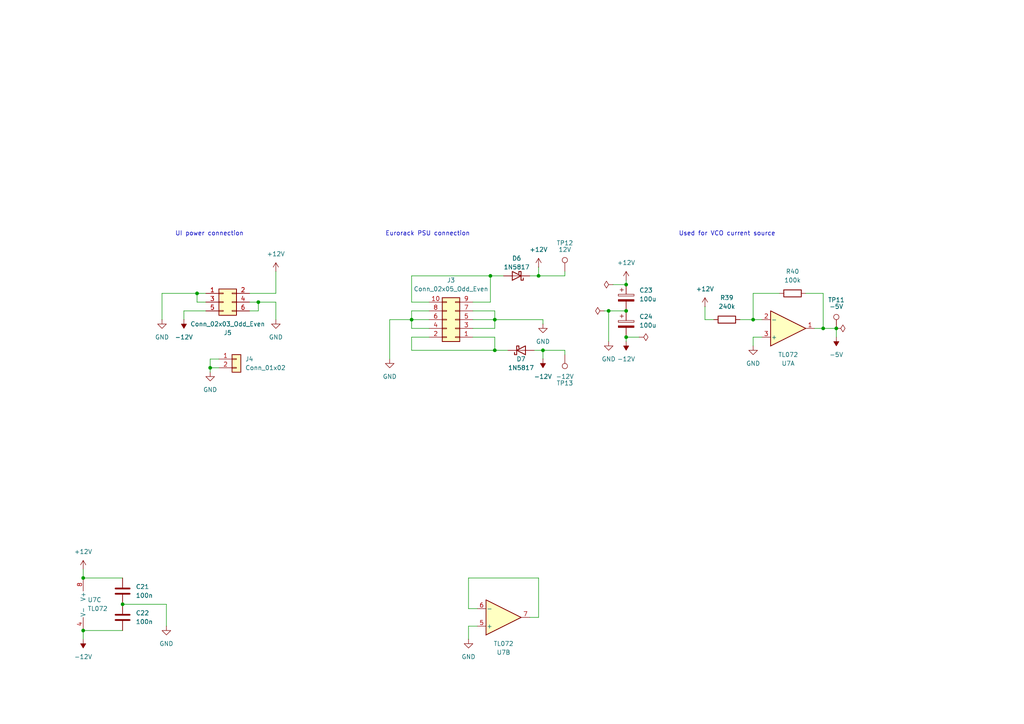
<source format=kicad_sch>
(kicad_sch (version 20250114) (generator "eeschema") (generator_version "9.0")
  (paper "A4")
  (title_block (title "Moduleur VCO core") (date "2026-02-21") (rev "v1.0") (company "Shmøergh"))
  (lib_symbols
    (symbol "Amplifier_Operational:TL072" (pin_names (offset 0.127))
      (property "Reference" "U" (at 0 5.08 0))
      (property "Value" "TL072" (at 0 -5.08 0))
      (symbol "TL072_1_1"
        (polyline (pts (xy -5.08 5.08) (xy 5.08 0) (xy -5.08 -5.08) (xy -5.08 5.08)) (stroke (width 0.254)) (fill (type background)))
        (pin input line (at -7.62 2.54 0) (length 2.54) (name "+") (number "3"))
        (pin input line (at -7.62 -2.54 0) (length 2.54) (name "-") (number "2"))
        (pin output line (at 7.62 0 180) (length 2.54) (name "~") (number "1"))
      )
      (symbol "TL072_2_1"
        (polyline (pts (xy -5.08 5.08) (xy 5.08 0) (xy -5.08 -5.08) (xy -5.08 5.08)) (stroke (width 0.254)) (fill (type background)))
        (pin input line (at -7.62 2.54 0) (length 2.54) (name "+") (number "5"))
        (pin input line (at -7.62 -2.54 0) (length 2.54) (name "-") (number "6"))
        (pin output line (at 7.62 0 180) (length 2.54) (name "~") (number "7"))
      )
      (symbol "TL072_3_1"
        (pin power_in line (at -2.54 7.62 270) (length 3.81) (name "V+") (number "8"))
        (pin power_in line (at -2.54 -7.62 90) (length 3.81) (name "V-") (number "4"))
      )
    )
    (symbol "Connector:TestPoint" (pin_numbers (hide yes)) (pin_names (offset 0.762) (hide yes))
      (property "Reference" "TP" (at 0 6.858 0))
      (property "Value" "TestPoint" (at 0 5.08 0))
      (symbol "TestPoint_0_1"
        (circle (center 0 3.302) (radius 0.762))
      )
      (symbol "TestPoint_1_1"
        (pin passive line (at 0 0 90) (length 2.54) (name "1") (number "1"))
      )
    )
    (symbol "Connector_Generic:Conn_01x02" (pin_names (offset 1.016) (hide yes))
      (property "Reference" "J" (at 0 2.54 0))
      (property "Value" "Conn_01x02" (at 0 -5.08 0))
      (symbol "Conn_01x02_1_1"
        (rectangle (start -1.27 1.27) (end 1.27 -3.81) (stroke (width 0.254)) (fill (type background)))
        (rectangle (start -1.27 0.127) (end 0 -0.127) (stroke (width 0.1524)))
        (rectangle (start -1.27 -2.413) (end 0 -2.667) (stroke (width 0.1524)))
        (pin passive line (at -5.08 0 0) (length 3.81) (name "Pin_1") (number "1"))
        (pin passive line (at -5.08 -2.54 0) (length 3.81) (name "Pin_2") (number "2"))
      )
    )
    (symbol "Connector_Generic:Conn_02x03_Odd_Even" (pin_names (offset 1.016) (hide yes))
      (property "Reference" "J" (at 1.27 5.08 0))
      (property "Value" "Conn_02x03_Odd_Even" (at 1.27 -5.08 0))
      (symbol "Conn_02x03_Odd_Even_1_1"
        (rectangle (start -1.27 3.81) (end 3.81 -3.81) (stroke (width 0.254)) (fill (type background)))
        (rectangle (start -1.27 2.667) (end 0 2.413) (stroke (width 0.1524)))
        (rectangle (start -1.27 0.127) (end 0 -0.127) (stroke (width 0.1524)))
        (rectangle (start -1.27 -2.413) (end 0 -2.667) (stroke (width 0.1524)))
        (rectangle (start 3.81 2.667) (end 2.54 2.413) (stroke (width 0.1524)))
        (rectangle (start 3.81 0.127) (end 2.54 -0.127) (stroke (width 0.1524)))
        (rectangle (start 3.81 -2.413) (end 2.54 -2.667) (stroke (width 0.1524)))
        (pin passive line (at -5.08 2.54 0) (length 3.81) (name "Pin_1") (number "1"))
        (pin passive line (at -5.08 0 0) (length 3.81) (name "Pin_3") (number "3"))
        (pin passive line (at -5.08 -2.54 0) (length 3.81) (name "Pin_5") (number "5"))
        (pin passive line (at 7.62 2.54 180) (length 3.81) (name "Pin_2") (number "2"))
        (pin passive line (at 7.62 0 180) (length 3.81) (name "Pin_4") (number "4"))
        (pin passive line (at 7.62 -2.54 180) (length 3.81) (name "Pin_6") (number "6"))
      )
    )
    (symbol "Connector_Generic:Conn_02x05_Odd_Even" (pin_names (offset 1.016) (hide yes))
      (property "Reference" "J" (at 1.27 7.62 0))
      (property "Value" "Conn_02x05_Odd_Even" (at 1.27 -7.62 0))
      (symbol "Conn_02x05_Odd_Even_1_1"
        (rectangle (start -1.27 6.35) (end 3.81 -6.35) (stroke (width 0.254)) (fill (type background)))
        (rectangle (start -1.27 5.207) (end 0 4.953) (stroke (width 0.1524)))
        (rectangle (start -1.27 2.667) (end 0 2.413) (stroke (width 0.1524)))
        (rectangle (start -1.27 0.127) (end 0 -0.127) (stroke (width 0.1524)))
        (rectangle (start -1.27 -2.413) (end 0 -2.667) (stroke (width 0.1524)))
        (rectangle (start -1.27 -4.953) (end 0 -5.207) (stroke (width 0.1524)))
        (rectangle (start 3.81 5.207) (end 2.54 4.953) (stroke (width 0.1524)))
        (rectangle (start 3.81 2.667) (end 2.54 2.413) (stroke (width 0.1524)))
        (rectangle (start 3.81 0.127) (end 2.54 -0.127) (stroke (width 0.1524)))
        (rectangle (start 3.81 -2.413) (end 2.54 -2.667) (stroke (width 0.1524)))
        (rectangle (start 3.81 -4.953) (end 2.54 -5.207) (stroke (width 0.1524)))
        (pin passive line (at -5.08 5.08 0) (length 3.81) (name "Pin_1") (number "1"))
        (pin passive line (at -5.08 2.54 0) (length 3.81) (name "Pin_3") (number "3"))
        (pin passive line (at -5.08 0 0) (length 3.81) (name "Pin_5") (number "5"))
        (pin passive line (at -5.08 -2.54 0) (length 3.81) (name "Pin_7") (number "7"))
        (pin passive line (at -5.08 -5.08 0) (length 3.81) (name "Pin_9") (number "9"))
        (pin passive line (at 7.62 5.08 180) (length 3.81) (name "Pin_2") (number "2"))
        (pin passive line (at 7.62 2.54 180) (length 3.81) (name "Pin_4") (number "4"))
        (pin passive line (at 7.62 0 180) (length 3.81) (name "Pin_6") (number "6"))
        (pin passive line (at 7.62 -2.54 180) (length 3.81) (name "Pin_8") (number "8"))
        (pin passive line (at 7.62 -5.08 180) (length 3.81) (name "Pin_10") (number "10"))
      )
    )
    (symbol "Device:C" (pin_numbers (hide yes)) (pin_names (offset 0.254))
      (property "Reference" "C" (at 0.635 2.54 0))
      (property "Value" "C" (at 0.635 -2.54 0))
      (symbol "C_0_1"
        (polyline (pts (xy -2.032 0.762) (xy 2.032 0.762)) (stroke (width 0.508)))
        (polyline (pts (xy -2.032 -0.762) (xy 2.032 -0.762)) (stroke (width 0.508)))
      )
      (symbol "C_1_1"
        (pin passive line (at 0 3.81 270) (length 2.794) (name "~") (number "1"))
        (pin passive line (at 0 -3.81 90) (length 2.794) (name "~") (number "2"))
      )
    )
    (symbol "Device:C_Polarized" (pin_numbers (hide yes)) (pin_names (offset 0.254))
      (property "Reference" "C" (at 0.635 2.54 0))
      (property "Value" "C_Polarized" (at 0.635 -2.54 0))
      (symbol "C_Polarized_0_1"
        (rectangle (start -2.286 0.508) (end 2.286 1.016))
        (polyline (pts (xy -1.778 2.286) (xy -0.762 2.286)))
        (polyline (pts (xy -1.27 2.794) (xy -1.27 1.778)))
        (rectangle (start 2.286 -0.508) (end -2.286 -1.016) (fill (type outline)))
      )
      (symbol "C_Polarized_1_1"
        (pin passive line (at 0 3.81 270) (length 2.794) (name "~") (number "1"))
        (pin passive line (at 0 -3.81 90) (length 2.794) (name "~") (number "2"))
      )
    )
    (symbol "Device:D_Schottky" (pin_numbers (hide yes)) (pin_names (offset 1.016) (hide yes))
      (property "Reference" "D" (at 0 2.54 0))
      (property "Value" "D_Schottky" (at 0 -2.54 0))
      (symbol "D_Schottky_0_1"
        (polyline (pts (xy -1.905 0.635) (xy -1.905 1.27) (xy -1.27 1.27) (xy -1.27 -1.27) (xy -0.635 -1.27) (xy -0.635 -0.635)) (stroke (width 0.254)))
        (polyline (pts (xy 1.27 1.27) (xy 1.27 -1.27) (xy -1.27 0) (xy 1.27 1.27)) (stroke (width 0.254)))
        (polyline (pts (xy 1.27 0) (xy -1.27 0)))
      )
      (symbol "D_Schottky_1_1"
        (pin passive line (at -3.81 0 0) (length 2.54) (name "K") (number "1"))
        (pin passive line (at 3.81 0 180) (length 2.54) (name "A") (number "2"))
      )
    )
    (symbol "Device:R" (pin_numbers (hide yes)) (pin_names (offset 0))
      (property "Reference" "R" (at 2.032 0 90))
      (property "Value" "R" (at 0 0 90))
      (symbol "R_0_1"
        (rectangle (start -1.016 -2.54) (end 1.016 2.54) (stroke (width 0.254)))
      )
      (symbol "R_1_1"
        (pin passive line (at 0 3.81 270) (length 1.27) (name "~") (number "1"))
        (pin passive line (at 0 -3.81 90) (length 1.27) (name "~") (number "2"))
      )
    )
    (symbol "power:+12V" (power) (pin_numbers (hide yes)) (pin_names (offset 0) (hide yes))
      (property "Value" "+12V" (at 0 3.556 0))
      (symbol "+12V_0_1"
        (polyline (pts (xy -0.762 1.27) (xy 0 2.54)))
        (polyline (pts (xy 0 2.54) (xy 0.762 1.27)))
        (polyline (pts (xy 0 0) (xy 0 2.54)))
      )
      (symbol "+12V_1_1"
        (pin power_in line (at 0 0 90) (length 0) (name "~") (number "1"))
      )
    )
    (symbol "power:-12V" (power) (pin_numbers (hide yes)) (pin_names (offset 0) (hide yes))
      (property "Value" "-12V" (at 0 3.556 0))
      (symbol "-12V_0_0"
        (pin power_in line (at 0 0 90) (length 0) (name "~") (number "1"))
      )
      (symbol "-12V_0_1"
        (polyline (pts (xy 0 0) (xy 0 1.27) (xy 0.762 1.27) (xy 0 2.54) (xy -0.762 1.27) (xy 0 1.27)) (fill (type outline)))
      )
    )
    (symbol "power:-5V" (power) (pin_numbers (hide yes)) (pin_names (offset 0) (hide yes))
      (property "Value" "-5V" (at 0 3.556 0))
      (symbol "-5V_0_0"
        (pin power_in line (at 0 0 90) (length 0) (name "~") (number "1"))
      )
      (symbol "-5V_0_1"
        (polyline (pts (xy 0 0) (xy 0 1.27) (xy 0.762 1.27) (xy 0 2.54) (xy -0.762 1.27) (xy 0 1.27)) (fill (type outline)))
      )
    )
    (symbol "power:GND" (power) (pin_numbers (hide yes)) (pin_names (offset 0) (hide yes))
      (property "Value" "GND" (at 0 -3.81 0))
      (symbol "GND_0_1"
        (polyline (pts (xy 0 0) (xy 0 -1.27) (xy 1.27 -1.27) (xy 0 -2.54) (xy -1.27 -1.27) (xy 0 -1.27)))
      )
      (symbol "GND_1_1"
        (pin power_in line (at 0 0 270) (length 0) (name "~") (number "1"))
      )
    )
    (symbol "power:PWR_FLAG" (power) (pin_numbers (hide yes)) (pin_names (offset 0) (hide yes))
      (property "Value" "PWR_FLAG" (at 0 3.81 0))
      (symbol "PWR_FLAG_0_0"
        (pin power_out line (at 0 0 90) (length 0) (name "~") (number "1"))
      )
      (symbol "PWR_FLAG_0_1"
        (polyline (pts (xy 0 0) (xy 0 1.27) (xy -1.016 1.905) (xy 0 2.54) (xy 1.016 1.905) (xy 0 1.27)))
      )
    )
  )
  (text "UI power connection" (at 50.8 68.58 0) (effects (font (size 1.27 1.27)) (justify left bottom)))
  (text "Eurorack PSU connection" (at 111.76 68.58 0) (effects (font (size 1.27 1.27)) (justify left bottom)))
  (text "Used for VCO current source" (at 196.85 68.58 0) (effects (font (size 1.27 1.27)) (justify left bottom)))
  (junction (at 24.13 182.88))
  (junction (at 181.61 82.55))
  (junction (at 181.61 97.79))
  (junction (at 35.56 175.26))
  (junction (at 57.15 85.09))
  (junction (at 157.48 101.6))
  (junction (at 218.44 92.71))
  (junction (at 143.51 101.6))
  (junction (at 176.53 90.17))
  (junction (at 156.21 80.01))
  (junction (at 60.96 106.68))
  (junction (at 242.57 95.25))
  (junction (at 142.24 80.01))
  (junction (at 24.13 167.64))
  (junction (at 238.76 95.25))
  (junction (at 119.38 92.71))
  (junction (at 143.51 92.71))
  (junction (at 181.61 90.17))
  (junction (at 74.93 87.63))
  (wire (pts (xy 238.76 95.25) (xy 236.22 95.25)))
  (wire (pts (xy 135.89 176.53) (xy 138.43 176.53)))
  (wire (pts (xy 60.96 106.68) (xy 60.96 107.95)))
  (wire (pts (xy 142.24 87.63) (xy 142.24 80.01)))
  (wire (pts (xy 143.51 95.25) (xy 143.51 92.71)))
  (wire (pts (xy 48.26 175.26) (xy 35.56 175.26)))
  (wire (pts (xy 63.5 104.14) (xy 60.96 104.14)))
  (wire (pts (xy 48.26 181.61) (xy 48.26 175.26)))
  (wire (pts (xy 119.38 87.63) (xy 124.46 87.63)))
  (wire (pts (xy 226.06 85.09) (xy 218.44 85.09)))
  (wire (pts (xy 143.51 92.71) (xy 157.48 92.71)))
  (wire (pts (xy 181.61 81.28) (xy 181.61 82.55)))
  (wire (pts (xy 242.57 95.25) (xy 238.76 95.25)))
  (wire (pts (xy 113.03 104.14) (xy 113.03 92.71)))
  (wire (pts (xy 137.16 87.63) (xy 142.24 87.63)))
  (wire (pts (xy 163.83 78.74) (xy 163.83 80.01)))
  (wire (pts (xy 143.51 97.79) (xy 143.51 101.6)))
  (wire (pts (xy 153.67 80.01) (xy 156.21 80.01)))
  (wire (pts (xy 143.51 92.71) (xy 143.51 90.17)))
  (wire (pts (xy 80.01 87.63) (xy 74.93 87.63)))
  (wire (pts (xy 57.15 87.63) (xy 57.15 85.09)))
  (wire (pts (xy 72.39 90.17) (xy 74.93 90.17)))
  (wire (pts (xy 143.51 90.17) (xy 137.16 90.17)))
  (wire (pts (xy 204.47 88.9) (xy 204.47 92.71)))
  (wire (pts (xy 156.21 167.64) (xy 135.89 167.64)))
  (wire (pts (xy 60.96 106.68) (xy 63.5 106.68)))
  (wire (pts (xy 24.13 165.1) (xy 24.13 167.64)))
  (wire (pts (xy 156.21 179.07) (xy 156.21 167.64)))
  (wire (pts (xy 242.57 97.79) (xy 242.57 95.25)))
  (wire (pts (xy 204.47 92.71) (xy 207.01 92.71)))
  (wire (pts (xy 119.38 97.79) (xy 119.38 101.6)))
  (wire (pts (xy 119.38 95.25) (xy 124.46 95.25)))
  (wire (pts (xy 233.68 85.09) (xy 238.76 85.09)))
  (wire (pts (xy 119.38 101.6) (xy 143.51 101.6)))
  (wire (pts (xy 220.98 97.79) (xy 218.44 97.79)))
  (wire (pts (xy 185.42 97.79) (xy 181.61 97.79)))
  (wire (pts (xy 59.69 90.17) (xy 53.34 90.17)))
  (wire (pts (xy 46.99 85.09) (xy 57.15 85.09)))
  (wire (pts (xy 119.38 80.01) (xy 142.24 80.01)))
  (wire (pts (xy 46.99 92.71) (xy 46.99 85.09)))
  (wire (pts (xy 176.53 90.17) (xy 181.61 90.17)))
  (wire (pts (xy 135.89 167.64) (xy 135.89 176.53)))
  (wire (pts (xy 177.8 82.55) (xy 181.61 82.55)))
  (wire (pts (xy 74.93 87.63) (xy 72.39 87.63)))
  (wire (pts (xy 24.13 185.42) (xy 24.13 182.88)))
  (wire (pts (xy 113.03 92.71) (xy 119.38 92.71)))
  (wire (pts (xy 214.63 92.71) (xy 218.44 92.71)))
  (wire (pts (xy 119.38 97.79) (xy 124.46 97.79)))
  (wire (pts (xy 163.83 102.87) (xy 163.83 101.6)))
  (wire (pts (xy 119.38 90.17) (xy 124.46 90.17)))
  (wire (pts (xy 80.01 78.74) (xy 80.01 85.09)))
  (wire (pts (xy 59.69 87.63) (xy 57.15 87.63)))
  (wire (pts (xy 119.38 92.71) (xy 119.38 95.25)))
  (wire (pts (xy 146.05 80.01) (xy 142.24 80.01)))
  (wire (pts (xy 176.53 99.06) (xy 176.53 90.17)))
  (wire (pts (xy 218.44 97.79) (xy 218.44 100.33)))
  (wire (pts (xy 80.01 85.09) (xy 72.39 85.09)))
  (wire (pts (xy 163.83 101.6) (xy 157.48 101.6)))
  (wire (pts (xy 119.38 80.01) (xy 119.38 87.63)))
  (wire (pts (xy 74.93 90.17) (xy 74.93 87.63)))
  (wire (pts (xy 163.83 80.01) (xy 156.21 80.01)))
  (wire (pts (xy 143.51 101.6) (xy 147.32 101.6)))
  (wire (pts (xy 80.01 92.71) (xy 80.01 87.63)))
  (wire (pts (xy 157.48 93.98) (xy 157.48 92.71)))
  (wire (pts (xy 218.44 85.09) (xy 218.44 92.71)))
  (wire (pts (xy 135.89 185.42) (xy 135.89 181.61)))
  (wire (pts (xy 137.16 97.79) (xy 143.51 97.79)))
  (wire (pts (xy 57.15 85.09) (xy 59.69 85.09)))
  (wire (pts (xy 153.67 179.07) (xy 156.21 179.07)))
  (wire (pts (xy 24.13 182.88) (xy 35.56 182.88)))
  (wire (pts (xy 238.76 85.09) (xy 238.76 95.25)))
  (wire (pts (xy 119.38 92.71) (xy 119.38 90.17)))
  (wire (pts (xy 218.44 92.71) (xy 220.98 92.71)))
  (wire (pts (xy 24.13 167.64) (xy 35.56 167.64)))
  (wire (pts (xy 157.48 101.6) (xy 157.48 104.14)))
  (wire (pts (xy 53.34 92.71) (xy 53.34 90.17)))
  (wire (pts (xy 154.94 101.6) (xy 157.48 101.6)))
  (wire (pts (xy 135.89 181.61) (xy 138.43 181.61)))
  (wire (pts (xy 175.26 90.17) (xy 176.53 90.17)))
  (wire (pts (xy 181.61 97.79) (xy 181.61 99.06)))
  (wire (pts (xy 156.21 77.47) (xy 156.21 80.01)))
  (wire (pts (xy 137.16 92.71) (xy 143.51 92.71)))
  (wire (pts (xy 137.16 95.25) (xy 143.51 95.25)))
  (wire (pts (xy 60.96 104.14) (xy 60.96 106.68)))
  (wire (pts (xy 119.38 92.71) (xy 124.46 92.71)))
  (symbol (lib_id "power:+12V") (at 80.01 78.74 0) (mirror y) (unit 1)
    (property "Reference" "#PWR059" (effects (hide yes)))
    (property "Value" "+12V" (at 80.01 73.66 0))
    (property "Description" "Power symbol creates a global label with name \"+12V\"" (effects (hide yes)))
  )
  (symbol (lib_id "Device:C") (at 35.56 179.07 0) (unit 1)
    (property "Reference" "C22" (at 39.37 177.8 0) (effects (justify left)))
    (property "Value" "100n" (at 39.37 180.34 0) (effects (justify left)))
    (property "Footprint" "Capacitor_SMD:C_0603_1608Metric" (effects (hide yes)))
    (property "LCSC" "C14663" (effects (hide yes)))
    (property "CHECKED" "YES" (effects (hide yes)))
    (property "Vendor" "JLCPCB" (effects (hide yes)))
  )
  (symbol (lib_id "Device:C_Polarized") (at 181.61 86.36 0) (unit 1)
    (property "Reference" "C23" (at 185.42 84.201 0) (effects (justify left)))
    (property "Value" "100u" (at 185.42 86.741 0) (effects (justify left)))
    (property "Footprint" "Capacitor_SMD:CP_Elec_6.3x7.7" (effects (hide yes)))
    (property "LCSC" "C2836442" (effects (hide yes)))
    (property "Vendor" "JLCPCB" (effects (hide yes)))
    (property "FT Rotation Offset" "180" (effects (hide yes)))
    (property "CHECKED" "YES" (effects (hide yes)))
  )
  (symbol (lib_id "Connector:TestPoint") (at 242.57 95.25 0) (unit 1) (in_bom no)
    (property "Reference" "TP11" (at 242.57 86.995 0))
    (property "Value" "-5V" (at 242.57 88.9 0))
    (property "Footprint" "TestPoint:TestPoint_THTPad_2.0x2.0mm_Drill1.0mm" (effects (hide yes)))
    (property "CHECKED" "YES" (effects (hide yes)))
  )
  (symbol (lib_id "power:GND") (at 113.03 104.14 0) (unit 1)
    (property "Reference" "#PWR047" (effects (hide yes)))
    (property "Value" "GND" (at 113.03 109.22 0))
    (property "Description" "Power symbol creates a global label with name \"GND\" , ground" (effects (hide yes)))
  )
  (symbol (lib_id "Device:R") (at 229.87 85.09 90) (unit 1)
    (property "Reference" "R40" (at 229.87 78.74 90))
    (property "Value" "100k" (at 229.87 81.28 90))
    (property "Footprint" "Resistor_SMD:R_0603_1608Metric" (effects (hide yes)))
    (property "LCSC" "C25803" (effects (hide yes)))
    (property "Vendor" "JLCPCB" (effects (hide yes)))
    (property "CHECKED" "YES" (effects (hide yes)))
  )
  (symbol (lib_id "power:GND") (at 218.44 100.33 0) (unit 1)
    (property "Reference" "#PWR056" (effects (hide yes)))
    (property "Value" "GND" (at 218.44 105.41 0))
    (property "Description" "Power symbol creates a global label with name \"GND\" , ground" (effects (hide yes)))
  )
  (symbol (lib_id "power:-12V") (at 24.13 185.42 180) (unit 1)
    (property "Reference" "#PWR045" (effects (hide yes)))
    (property "Value" "-12V" (at 24.13 190.5 0))
    (property "Description" "Power symbol creates a global label with name \"-12V\"" (effects (hide yes)))
  )
  (symbol (lib_id "Device:D_Schottky") (at 151.13 101.6 0) (mirror x) (unit 1)
    (property "Reference" "D7" (at 151.13 104.14 0))
    (property "Value" "1N5817" (at 151.13 106.68 0))
    (property "Footprint" "Diode_SMD:D_SOD-323" (effects (hide yes)))
    (property "Description" "Schottky diode" (effects (hide yes)))
    (property "Vendor" "JLCPCB" (effects (hide yes)))
    (property "LCSC" "C5190152" (effects (hide yes)))
    (property "CHECKED" "YES" (effects (hide yes)))
  )
  (symbol (lib_id "Device:R") (at 210.82 92.71 90) (unit 1)
    (property "Reference" "R39" (at 210.82 86.36 90))
    (property "Value" "240k" (at 210.82 88.9 90))
    (property "Footprint" "Resistor_SMD:R_0603_1608Metric" (effects (hide yes)))
    (property "LCSC" "C4197" (effects (hide yes)))
    (property "Vendor" "JLCPCB" (effects (hide yes)))
    (property "CHECKED" "YES" (effects (hide yes)))
  )
  (symbol (lib_id "power:GND") (at 157.48 93.98 0) (unit 1)
    (property "Reference" "#PWR050" (effects (hide yes)))
    (property "Value" "GND" (at 157.48 99.06 0))
    (property "Description" "Power symbol creates a global label with name \"GND\" , ground" (effects (hide yes)))
  )
  (symbol (lib_id "power:+12V") (at 204.47 88.9 0) (unit 1)
    (property "Reference" "#PWR055" (effects (hide yes)))
    (property "Value" "+12V" (at 204.47 83.82 0))
    (property "Description" "Power symbol creates a global label with name \"+12V\"" (effects (hide yes)))
  )
  (symbol (lib_id "power:-12V") (at 53.34 92.71 0) (mirror x) (unit 1)
    (property "Reference" "#PWR060" (effects (hide yes)))
    (property "Value" "-12V" (at 53.34 97.79 0))
    (property "Description" "Power symbol creates a global label with name \"-12V\"" (effects (hide yes)))
  )
  (symbol (lib_id "power:PWR_FLAG") (at 177.8 82.55 90) (unit 1)
    (property "Reference" "#FLG02" (effects (hide yes)))
    (property "Value" "PWR_FLAG" (effects (hide yes)))
    (property "Description" "Special symbol for telling ERC where power comes from" (effects (hide yes)))
  )
  (symbol (lib_id "Amplifier_Operational:TL072") (at 146.05 179.07 0) (mirror x) (unit 2)
    (property "Reference" "U7" (at 146.05 189.23 0))
    (property "Value" "TL072" (at 146.05 186.69 0))
    (property "Footprint" "Package_SO:SOIC-8_3.9x4.9mm_P1.27mm" (effects (hide yes)))
    (property "Datasheet" "http://www.ti.com/lit/ds/symlink/tl071.pdf" (effects (hide yes)))
    (property "Description" "Dual Low-Noise JFET-Input Operational Amplifiers, DIP-8/SOIC-8" (effects (hide yes)))
    (property "Vendor" "JLCPCB" (effects (hide yes)))
    (property "LCSC" "C6961" (effects (hide yes)))
    (property "CHECKED" "YES" (effects (hide yes)))
  )
  (symbol (lib_id "Connector_Generic:Conn_02x03_Odd_Even") (at 64.77 87.63 0) (unit 1)
    (property "Reference" "J5" (at 66.04 96.52 0))
    (property "Value" "Conn_02x03_Odd_Even" (at 66.04 93.98 0))
    (property "Footprint" "Connector_PinHeader_2.54mm:PinHeader_2x03_P2.54mm_Vertical" (effects (hide yes)))
    (property "Description" "Generic connector, double row, 02x03, odd/even pin numbering scheme (row 1 odd numbers, row 2 even numbers), script generated (kicad-library-utils/schlib/autogen/connector/)" (effects (hide yes)))
    (property "Part URL" "https://mou.sr/4liCQlU" (effects (hide yes)))
    (property "Vendor" "Mouser" (effects (hide yes)))
    (property "CHECKED" "YES" (effects (hide yes)))
    (property "Mouser Part no." "200-TSW10307TD" (effects (hide yes)))
  )
  (symbol (lib_id "power:GND") (at 176.53 99.06 0) (unit 1)
    (property "Reference" "#PWR052" (effects (hide yes)))
    (property "Value" "GND" (at 176.53 104.14 0))
    (property "Description" "Power symbol creates a global label with name \"GND\" , ground" (effects (hide yes)))
  )
  (symbol (lib_id "power:-12V") (at 157.48 104.14 180) (unit 1)
    (property "Reference" "#PWR049" (effects (hide yes)))
    (property "Value" "-12V" (at 157.48 109.22 0))
    (property "Description" "Power symbol creates a global label with name \"-12V\"" (effects (hide yes)))
  )
  (symbol (lib_id "Device:C") (at 35.56 171.45 0) (unit 1)
    (property "Reference" "C21" (at 39.37 170.18 0) (effects (justify left)))
    (property "Value" "100n" (at 39.37 172.72 0) (effects (justify left)))
    (property "Footprint" "Capacitor_SMD:C_0603_1608Metric" (effects (hide yes)))
    (property "LCSC" "C14663" (effects (hide yes)))
    (property "CHECKED" "YES" (effects (hide yes)))
    (property "Vendor" "JLCPCB" (effects (hide yes)))
  )
  (symbol (lib_id "Device:C_Polarized") (at 181.61 93.98 0) (unit 1)
    (property "Reference" "C24" (at 185.42 91.821 0) (effects (justify left)))
    (property "Value" "100u" (at 185.42 94.361 0) (effects (justify left)))
    (property "Footprint" "Capacitor_SMD:CP_Elec_6.3x7.7" (effects (hide yes)))
    (property "LCSC" "C2836442" (effects (hide yes)))
    (property "Vendor" "JLCPCB" (effects (hide yes)))
    (property "FT Rotation Offset" "180" (effects (hide yes)))
    (property "CHECKED" "YES" (effects (hide yes)))
  )
  (symbol (lib_id "power:PWR_FLAG") (at 175.26 90.17 90) (unit 1)
    (property "Reference" "#FLG01" (effects (hide yes)))
    (property "Value" "PWR_FLAG" (effects (hide yes)))
    (property "Description" "Special symbol for telling ERC where power comes from" (effects (hide yes)))
  )
  (symbol (lib_id "power:GND") (at 46.99 92.71 0) (mirror y) (unit 1)
    (property "Reference" "#PWR061" (effects (hide yes)))
    (property "Value" "GND" (at 46.99 97.79 0))
    (property "Description" "Power symbol creates a global label with name \"GND\" , ground" (effects (hide yes)))
  )
  (symbol (lib_id "Connector_Generic:Conn_02x05_Odd_Even") (at 132.08 92.71 180) (unit 1)
    (property "Reference" "J3" (at 130.81 81.28 0))
    (property "Value" "Conn_02x05_Odd_Even" (at 130.81 83.82 0))
    (property "Footprint" "Connector_IDC:IDC-Header_2x05_P2.54mm_Horizontal" (effects (hide yes)))
    (property "Description" "Generic connector, double row, 02x05, odd/even pin numbering scheme (row 1 odd numbers, row 2 even numbers), script generated (kicad-library-utils/schlib/autogen/connector/)" (effects (hide yes)))
    (property "Part URL" "https://mou.sr/3GwYxj9" (effects (hide yes)))
    (property "Vendor" "Mouser" (effects (hide yes)))
    (property "CHECKED" "YES" (effects (hide yes)))
    (property "Mouser Part no." "571-5103310-1" (effects (hide yes)))
  )
  (symbol (lib_id "power:+12V") (at 181.61 81.28 0) (unit 1)
    (property "Reference" "#PWR053" (effects (hide yes)))
    (property "Value" "+12V" (at 181.61 76.2 0))
    (property "Description" "Power symbol creates a global label with name \"+12V\"" (effects (hide yes)))
  )
  (symbol (lib_id "Device:D_Schottky") (at 149.86 80.01 180) (unit 1)
    (property "Reference" "D6" (at 149.86 74.93 0))
    (property "Value" "1N5817" (at 149.86 77.47 0))
    (property "Footprint" "Diode_SMD:D_SOD-323" (effects (hide yes)))
    (property "Description" "Schottky diode" (effects (hide yes)))
    (property "Vendor" "JLCPCB" (effects (hide yes)))
    (property "LCSC" "C5190152" (effects (hide yes)))
    (property "CHECKED" "YES" (effects (hide yes)))
  )
  (symbol (lib_id "power:+12V") (at 156.21 77.47 0) (unit 1)
    (property "Reference" "#PWR048" (effects (hide yes)))
    (property "Value" "+12V" (at 156.21 72.39 0))
    (property "Description" "Power symbol creates a global label with name \"+12V\"" (effects (hide yes)))
  )
  (symbol (lib_id "power:-5V") (at 242.57 97.79 180) (unit 1)
    (property "Reference" "#PWR057" (effects (hide yes)))
    (property "Value" "-5V" (at 242.57 102.87 0))
    (property "Description" "Power symbol creates a global label with name \"-5V\"" (effects (hide yes)))
  )
  (symbol (lib_id "Connector:TestPoint") (at 163.83 102.87 180) (unit 1) (in_bom no)
    (property "Reference" "TP13" (at 163.83 111.125 0))
    (property "Value" "-12V" (at 163.83 109.22 0))
    (property "Footprint" "TestPoint:TestPoint_THTPad_2.0x2.0mm_Drill1.0mm" (effects (hide yes)))
    (property "CHECKED" "YES" (effects (hide yes)))
  )
  (symbol (lib_id "Connector_Generic:Conn_01x02") (at 68.58 104.14 0) (unit 1)
    (property "Reference" "J4" (at 71.12 104.1399 0) (effects (justify left)))
    (property "Value" "Conn_01x02" (at 71.12 106.6799 0) (effects (justify left)))
    (property "Footprint" "Connector_PinHeader_2.54mm:PinHeader_1x02_P2.54mm_Vertical" (effects (hide yes)))
    (property "Description" "Generic connector, single row, 01x02, script generated (kicad-library-utils/schlib/autogen/connector/)" (effects (hide yes)))
    (property "Part URL" "https://mou.sr/3IruU3e" (effects (hide yes)))
    (property "Vendor" "Mouser" (effects (hide yes)))
    (property "CHECKED" "YES" (effects (hide yes)))
    (property "Mouser Part no." "200-HTSW10207TS" (effects (hide yes)))
  )
  (symbol (lib_id "Amplifier_Operational:TL072") (at 26.67 175.26 0) (unit 3)
    (property "Reference" "U7" (at 25.4 173.9899 0) (effects (justify left)))
    (property "Value" "TL072" (at 25.4 176.5299 0) (effects (justify left)))
    (property "Footprint" "Package_SO:SOIC-8_3.9x4.9mm_P1.27mm" (effects (hide yes)))
    (property "Datasheet" "http://www.ti.com/lit/ds/symlink/tl071.pdf" (effects (hide yes)))
    (property "Description" "Dual Low-Noise JFET-Input Operational Amplifiers, DIP-8/SOIC-8" (effects (hide yes)))
    (property "Vendor" "JLCPCB" (effects (hide yes)))
    (property "LCSC" "C6961" (effects (hide yes)))
    (property "CHECKED" "YES" (effects (hide yes)))
  )
  (symbol (lib_id "power:GND") (at 60.96 107.95 0) (unit 1)
    (property "Reference" "#PWR058" (effects (hide yes)))
    (property "Value" "GND" (at 60.96 113.03 0))
    (property "Description" "Power symbol creates a global label with name \"GND\" , ground" (effects (hide yes)))
  )
  (symbol (lib_id "power:-12V") (at 181.61 99.06 180) (unit 1)
    (property "Reference" "#PWR054" (effects (hide yes)))
    (property "Value" "-12V" (at 181.61 104.14 0))
    (property "Description" "Power symbol creates a global label with name \"-12V\"" (effects (hide yes)))
  )
  (symbol (lib_id "power:PWR_FLAG") (at 185.42 97.79 270) (unit 1)
    (property "Reference" "#FLG03" (effects (hide yes)))
    (property "Value" "PWR_FLAG" (effects (hide yes)))
    (property "Description" "Special symbol for telling ERC where power comes from" (effects (hide yes)))
  )
  (symbol (lib_id "Connector:TestPoint") (at 163.83 78.74 0) (unit 1) (in_bom no)
    (property "Reference" "TP12" (at 163.83 70.485 0))
    (property "Value" "12V" (at 163.83 72.39 0))
    (property "Footprint" "TestPoint:TestPoint_THTPad_2.0x2.0mm_Drill1.0mm" (effects (hide yes)))
    (property "CHECKED" "YES" (effects (hide yes)))
  )
  (symbol (lib_id "power:PWR_FLAG") (at 242.57 95.25 270) (unit 1)
    (property "Reference" "#FLG04" (effects (hide yes)))
    (property "Value" "PWR_FLAG" (effects (hide yes)))
  )
  (symbol (lib_id "Amplifier_Operational:TL072") (at 228.6 95.25 0) (mirror x) (unit 1)
    (property "Reference" "U7" (at 228.6 105.41 0))
    (property "Value" "TL072" (at 228.6 102.87 0))
    (property "Footprint" "Package_SO:SOIC-8_3.9x4.9mm_P1.27mm" (effects (hide yes)))
    (property "Datasheet" "http://www.ti.com/lit/ds/symlink/tl071.pdf" (effects (hide yes)))
    (property "Description" "Dual Low-Noise JFET-Input Operational Amplifiers, DIP-8/SOIC-8" (effects (hide yes)))
    (property "Vendor" "JLCPCB" (effects (hide yes)))
    (property "LCSC" "C6961" (effects (hide yes)))
    (property "CHECKED" "YES" (effects (hide yes)))
  )
  (symbol (lib_id "power:GND") (at 80.01 92.71 0) (mirror y) (unit 1)
    (property "Reference" "#PWR062" (effects (hide yes)))
    (property "Value" "GND" (at 80.01 97.79 0))
    (property "Description" "Power symbol creates a global label with name \"GND\" , ground" (effects (hide yes)))
  )
  (symbol (lib_id "power:GND") (at 48.26 181.61 0) (unit 1)
    (property "Reference" "#PWR046" (effects (hide yes)))
    (property "Value" "GND" (at 48.26 186.69 0))
    (property "Description" "Power symbol creates a global label with name \"GND\" , ground" (effects (hide yes)))
  )
  (symbol (lib_id "power:GND") (at 135.89 185.42 0) (unit 1)
    (property "Reference" "#PWR051" (effects (hide yes)))
    (property "Value" "GND" (at 135.89 190.5 0))
    (property "Description" "Power symbol creates a global label with name \"GND\" , ground" (effects (hide yes)))
  )
  (symbol (lib_id "power:+12V") (at 24.13 165.1 0) (unit 1)
    (property "Reference" "#PWR044" (effects (hide yes)))
    (property "Value" "+12V" (at 24.13 160.02 0))
    (property "Description" "Power symbol creates a global label with name \"+12V\"" (effects (hide yes)))
  )
)
</source>
